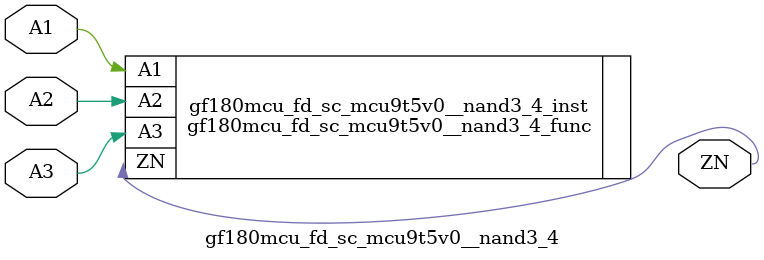
<source format=v>

module gf180mcu_fd_sc_mcu9t5v0__nand3_4( A2, A3, ZN, A1 );
input A1, A2, A3;
output ZN;

   `ifdef FUNCTIONAL  //  functional //

	gf180mcu_fd_sc_mcu9t5v0__nand3_4_func gf180mcu_fd_sc_mcu9t5v0__nand3_4_behav_inst(.A2(A2),.A3(A3),.ZN(ZN),.A1(A1));

   `else

	gf180mcu_fd_sc_mcu9t5v0__nand3_4_func gf180mcu_fd_sc_mcu9t5v0__nand3_4_inst(.A2(A2),.A3(A3),.ZN(ZN),.A1(A1));

	// spec_gates_begin


	// spec_gates_end



   specify

	// specify_block_begin

	// comb arc A1 --> ZN
	 (A1 => ZN) = (1.0,1.0);

	// comb arc A2 --> ZN
	 (A2 => ZN) = (1.0,1.0);

	// comb arc A3 --> ZN
	 (A3 => ZN) = (1.0,1.0);

	// specify_block_end

   endspecify

   `endif

endmodule

</source>
